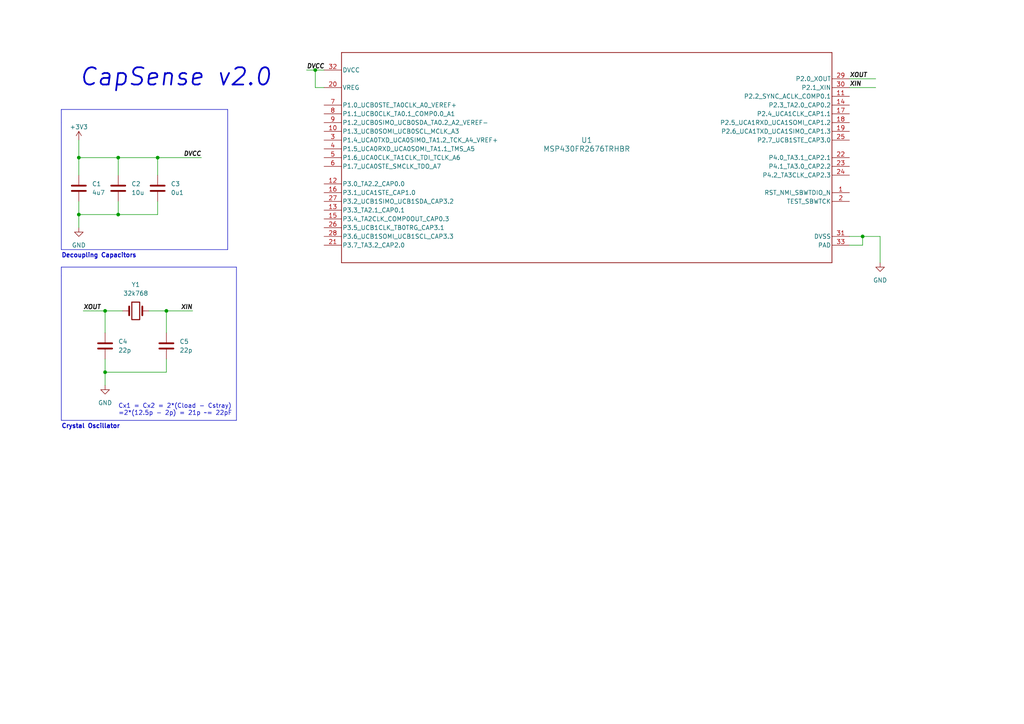
<source format=kicad_sch>
(kicad_sch (version 20230121) (generator eeschema)
  (paper "A4")
  (lib_symbols
    (symbol "Device:C" (pin_numbers hide) (pin_names (offset 0.254))
      (property "Reference" "C" (at 0.635 2.54 0))
      (property "Value" "C" (at 0.635 -2.54 0))
      (symbol "C_0_1"
        (polyline (pts (xy -2.032 -0.762) (xy 2.032 -0.762)) (stroke (width 0.508)))
        (polyline (pts (xy -2.032 0.762) (xy 2.032 0.762)) (stroke (width 0.508)))
      )
      (symbol "C_1_1"
        (pin passive line (at 0 3.81 270) (length 2.794) (name "~") (number "1"))
        (pin passive line (at 0 -3.81 90) (length 2.794) (name "~") (number "2"))
      )
    )
    (symbol "Device:Crystal" (pin_numbers hide) (pin_names (offset 1.016) hide)
      (property "Reference" "Y" (at 0 3.81 0))
      (property "Value" "Crystal" (at 0 -3.81 0))
      (symbol "Crystal_0_1"
        (rectangle (start -1.143 2.54) (end 1.143 -2.54) (stroke (width 0.3048)))
        (polyline (pts (xy -2.54 0) (xy -1.905 0)))
        (polyline (pts (xy -1.905 -1.27) (xy -1.905 1.27)) (stroke (width 0.508)))
        (polyline (pts (xy 1.905 -1.27) (xy 1.905 1.27)) (stroke (width 0.508)))
        (polyline (pts (xy 2.54 0) (xy 1.905 0)))
      )
      (symbol "Crystal_1_1"
        (pin passive line (at -3.81 0 0) (length 1.27) (name "1") (number "1"))
        (pin passive line (at 3.81 0 180) (length 1.27) (name "2") (number "2"))
      )
    )
    (symbol "MSP430FR2676TRHB:MSP430FR2676TRHBR" (pin_names (offset 0.254))
      (property "Reference" "U" (at 0 2.54 0))
      (property "Value" "MSP430FR2676TRHBR" (at 0 0 0))
      (symbol "MSP430FR2676TRHBR_0_1"
        (polyline (pts (xy -71.12 -30.48) (xy 71.12 -30.48)) (stroke (width 0.2032)))
        (polyline (pts (xy -71.12 30.48) (xy -71.12 -30.48)) (stroke (width 0.2032)))
        (polyline (pts (xy 71.12 -30.48) (xy 71.12 30.48)) (stroke (width 0.2032)))
        (polyline (pts (xy 71.12 30.48) (xy -71.12 30.48)) (stroke (width 0.2032)))
        (pin bidirectional line (at 76.2 -10.16 180) (length 5.08) (name "RST_NMI_SBWTDIO_N") (number "1"))
        (pin bidirectional line (at -76.2 7.62 0) (length 5.08) (name "P1.3_UCB0SOMI_UCB0SCL_MCLK_A3") (number "10"))
        (pin bidirectional line (at 76.2 17.78 180) (length 5.08) (name "P2.2_SYNC_ACLK_COMP0.1") (number "11"))
        (pin bidirectional line (at -76.2 -7.62 0) (length 5.08) (name "P3.0_TA2.2_CAP0.0") (number "12"))
        (pin bidirectional line (at -76.2 -15.24 0) (length 5.08) (name "P3.3_TA2.1_CAP0.1") (number "13"))
        (pin bidirectional line (at 76.2 15.24 180) (length 5.08) (name "P2.3_TA2.0_CAP0.2") (number "14"))
        (pin bidirectional line (at -76.2 -17.78 0) (length 5.08) (name "P3.4_TA2CLK_COMP0OUT_CAP0.3") (number "15"))
        (pin bidirectional line (at -76.2 -10.16 0) (length 5.08) (name "P3.1_UCA1STE_CAP1.0") (number "16"))
        (pin bidirectional line (at 76.2 12.7 180) (length 5.08) (name "P2.4_UCA1CLK_CAP1.1") (number "17"))
        (pin bidirectional line (at 76.2 10.16 180) (length 5.08) (name "P2.5_UCA1RXD_UCA1SOMI_CAP1.2") (number "18"))
        (pin bidirectional line (at 76.2 7.62 180) (length 5.08) (name "P2.6_UCA1TXD_UCA1SIMO_CAP1.3") (number "19"))
        (pin input line (at 76.2 -12.7 180) (length 5.08) (name "TEST_SBWTCK") (number "2"))
        (pin power_in line (at -76.2 20.32 0) (length 5.08) (name "VREG") (number "20"))
        (pin bidirectional line (at -76.2 -25.4 0) (length 5.08) (name "P3.7_TA3.2_CAP2.0") (number "21"))
        (pin bidirectional line (at 76.2 0 180) (length 5.08) (name "P4.0_TA3.1_CAP2.1") (number "22"))
        (pin bidirectional line (at 76.2 -2.54 180) (length 5.08) (name "P4.1_TA3.0_CAP2.2") (number "23"))
        (pin bidirectional line (at 76.2 -5.08 180) (length 5.08) (name "P4.2_TA3CLK_CAP2.3") (number "24"))
        (pin bidirectional line (at 76.2 5.08 180) (length 5.08) (name "P2.7_UCB1STE_CAP3.0") (number "25"))
        (pin bidirectional line (at -76.2 -20.32 0) (length 5.08) (name "P3.5_UCB1CLK_TB0TRG_CAP3.1") (number "26"))
        (pin bidirectional line (at -76.2 -12.7 0) (length 5.08) (name "P3.2_UCB1SIMO_UCB1SDA_CAP3.2") (number "27"))
        (pin bidirectional line (at -76.2 -22.86 0) (length 5.08) (name "P3.6_UCB1SOMI_UCB1SCL_CAP3.3") (number "28"))
        (pin bidirectional line (at 76.2 22.86 180) (length 5.08) (name "P2.0_XOUT") (number "29"))
        (pin bidirectional line (at -76.2 5.08 0) (length 5.08) (name "P1.4_UCA0TXD_UCA0SIMO_TA1.2_TCK_A4_VREF+") (number "3"))
        (pin bidirectional line (at 76.2 20.32 180) (length 5.08) (name "P2.1_XIN") (number "30"))
        (pin power_in line (at 76.2 -22.86 180) (length 5.08) (name "DVSS") (number "31"))
        (pin power_in line (at -76.2 25.4 0) (length 5.08) (name "DVCC") (number "32"))
        (pin power_in line (at 76.2 -25.4 180) (length 5.08) (name "PAD") (number "33"))
        (pin bidirectional line (at -76.2 2.54 0) (length 5.08) (name "P1.5_UCA0RXD_UCA0SOMI_TA1.1_TMS_A5") (number "4"))
        (pin bidirectional line (at -76.2 0 0) (length 5.08) (name "P1.6_UCA0CLK_TA1CLK_TDI_TCLK_A6") (number "5"))
        (pin bidirectional line (at -76.2 -2.54 0) (length 5.08) (name "P1.7_UCA0STE_SMCLK_TDO_A7") (number "6"))
        (pin bidirectional line (at -76.2 15.24 0) (length 5.08) (name "P1.0_UCB0STE_TA0CLK_A0_VEREF+") (number "7"))
        (pin bidirectional line (at -76.2 12.7 0) (length 5.08) (name "P1.1_UCB0CLK_TA0.1_COMP0.0_A1") (number "8"))
        (pin bidirectional line (at -76.2 10.16 0) (length 5.08) (name "P1.2_UCB0SIMO_UCB0SDA_TA0.2_A2_VEREF-") (number "9"))
      )
    )
    (symbol "power:+3V3" (power) (pin_names (offset 0))
      (property "Value" "+3V3" (at 0 3.556 0))
      (symbol "+3V3_0_1"
        (polyline (pts (xy -0.762 1.27) (xy 0 2.54)))
        (polyline (pts (xy 0 0) (xy 0 2.54)))
        (polyline (pts (xy 0 2.54) (xy 0.762 1.27)))
      )
      (symbol "+3V3_1_1"
        (pin power_in line (at 0 0 90) (length 0) hide (name "+3V3") (number "1"))
      )
    )
    (symbol "power:GND" (power) (pin_names (offset 0))
      (property "Value" "GND" (at 0 -3.81 0))
      (symbol "GND_0_1"
        (polyline (pts (xy 0 0) (xy 0 -1.27) (xy 1.27 -1.27) (xy 0 -2.54) (xy -1.27 -1.27) (xy 0 -1.27)))
      )
      (symbol "GND_1_1"
        (pin power_in line (at 0 0 270) (length 0) hide (name "GND") (number "1"))
      )
    )
  )
  (junction (at 91.44 20.32))
  (junction (at 34.29 45.72))
  (junction (at 30.48 90.17))
  (junction (at 45.72 45.72))
  (junction (at 250.19 68.58))
  (junction (at 22.86 45.72))
  (junction (at 48.26 90.17))
  (junction (at 34.29 62.23))
  (junction (at 22.86 62.23))
  (junction (at 30.48 107.95))
  (wire (pts (xy 43.18 90.17) (xy 48.26 90.17)))
  (wire (pts (xy 246.38 71.12) (xy 250.19 71.12)))
  (wire (pts (xy 34.29 58.42) (xy 34.29 62.23)))
  (wire (pts (xy 45.72 45.72) (xy 34.29 45.72)))
  (wire (pts (xy 22.86 40.64) (xy 22.86 45.72)))
  (polyline (pts (xy 66.04 31.75) (xy 17.78 31.75)))
  (wire (pts (xy 48.26 107.95) (xy 30.48 107.95)))
  (polyline (pts (xy 17.78 77.47) (xy 17.78 80.01)))
  (polyline (pts (xy 17.78 31.75) (xy 17.78 35.56)))
  (wire (pts (xy 93.98 25.4) (xy 91.44 25.4)))
  (polyline (pts (xy 17.78 35.56) (xy 17.78 72.39)))
  (wire (pts (xy 48.26 104.14) (xy 48.26 107.95)))
  (wire (pts (xy 91.44 20.32) (xy 93.98 20.32)))
  (polyline (pts (xy 66.04 72.39) (xy 66.04 31.75)))
  (wire (pts (xy 34.29 45.72) (xy 34.29 50.8)))
  (wire (pts (xy 91.44 25.4) (xy 91.44 20.32)))
  (wire (pts (xy 246.38 22.86) (xy 254 22.86)))
  (wire (pts (xy 30.48 90.17) (xy 30.48 96.52)))
  (wire (pts (xy 30.48 104.14) (xy 30.48 107.95)))
  (polyline (pts (xy 17.78 72.39) (xy 66.04 72.39)))
  (wire (pts (xy 34.29 62.23) (xy 45.72 62.23)))
  (wire (pts (xy 48.26 90.17) (xy 55.88 90.17)))
  (wire (pts (xy 34.29 45.72) (xy 22.86 45.72)))
  (wire (pts (xy 250.19 71.12) (xy 250.19 68.58)))
  (wire (pts (xy 45.72 62.23) (xy 45.72 58.42)))
  (wire (pts (xy 22.86 62.23) (xy 22.86 66.04)))
  (wire (pts (xy 22.86 58.42) (xy 22.86 62.23)))
  (wire (pts (xy 48.26 90.17) (xy 48.26 96.52)))
  (wire (pts (xy 88.9 20.32) (xy 91.44 20.32)))
  (wire (pts (xy 45.72 50.8) (xy 45.72 45.72)))
  (wire (pts (xy 250.19 68.58) (xy 255.27 68.58)))
  (wire (pts (xy 30.48 90.17) (xy 35.56 90.17)))
  (polyline (pts (xy 68.58 121.92) (xy 68.58 77.47)))
  (wire (pts (xy 255.27 68.58) (xy 255.27 76.2)))
  (wire (pts (xy 45.72 45.72) (xy 58.42 45.72)))
  (wire (pts (xy 22.86 45.72) (xy 22.86 50.8)))
  (polyline (pts (xy 17.78 121.92) (xy 68.58 121.92)))
  (wire (pts (xy 30.48 107.95) (xy 30.48 111.76)))
  (wire (pts (xy 246.38 68.58) (xy 250.19 68.58)))
  (wire (pts (xy 24.13 90.17) (xy 30.48 90.17)))
  (wire (pts (xy 246.38 25.4) (xy 254 25.4)))
  (polyline (pts (xy 68.58 77.47) (xy 17.78 77.47)))
  (polyline (pts (xy 17.78 80.01) (xy 17.78 121.92)))
  (wire (pts (xy 22.86 62.23) (xy 34.29 62.23)))
  (text "Decoupling Capacitors" (at 17.78 74.93 0) (effects (font (size 1.27 1.27) (thickness 0.254) bold) (justify left bottom)))
  (text "Cx1 = Cx2 = 2*(Cload - Cstray) \n=2*(12.5p - 2p) = 21p ~= 22pF\n" (at 34.29 120.65 0) (effects (font (size 1.27 1.27)) (justify left bottom)))
  (text "Crystal Oscillator" (at 17.78 124.46 0) (effects (font (size 1.27 1.27) (thickness 0.254) bold) (justify left bottom)))
  (text "CapSense v2.0" (at 22.86 25.4 0) (effects (font (size 5 5) (thickness 0.5) bold italic) (justify left bottom)))
  (label "XIN" (at 55.88 90.17 180) (effects (font bold italic)))
  (label "XIN" (at 246.38 25.4 0) (effects (font (thickness 0.254) bold italic)))
  (label "XOUT" (at 24.13 90.17 0) (effects (font bold italic)))
  (label "DVCC" (at 58.42 45.72 180) (effects (font bold italic)))
  (label "XOUT" (at 246.38 22.86 0) (effects (font (thickness 0.254) bold italic)))
  (label "DVCC" (at 88.9 20.32 0) (effects (font bold italic)))
  (symbol (lib_id "Device:C") (at 34.29 54.61 0) (unit 1)
    (property "Reference" "C2" (at 38.1 53.34 0) (effects (justify left)))
    (property "Value" "10u" (at 38.1 55.88 0) (effects (justify left)))
  )
  (symbol (lib_id "Device:C") (at 48.26 100.33 0) (unit 1)
    (property "Reference" "C5" (at 52.07 99.06 0) (effects (justify left)))
    (property "Value" "22p" (at 52.07 101.6 0) (effects (justify left)))
  )
  (symbol (lib_id "power:GND") (at 30.48 111.76 0) (unit 1)
    (property "Reference" "#PWR04" (effects hide))
    (property "Value" "GND" (at 30.48 116.84 0))
  )
  (symbol (lib_id "MSP430FR2676TRHB:MSP430FR2676TRHBR") (at 170.18 45.72 0) (unit 1)
    (property "Reference" "U1" (at 170.18 40.64 0) (effects (font (size 1.524 1.524))))
    (property "Value" "MSP430FR2676TRHBR" (at 170.18 43.18 0) (effects (font (size 1.524 1.524))))
    (property "Footprint" "RHB0032E" (effects hide))
    (property "Datasheet" "MSP430FR2676TRHBR" (effects hide))
  )
  (symbol (lib_id "power:GND") (at 255.27 76.2 0) (unit 1)
    (property "Reference" "#PWR03" (effects hide))
    (property "Value" "GND" (at 255.27 81.28 0))
  )
  (symbol (lib_id "power:GND") (at 22.86 66.04 0) (unit 1)
    (property "Reference" "#PWR01" (effects hide))
    (property "Value" "GND" (at 22.86 71.12 0))
  )
  (symbol (lib_id "Device:Crystal") (at 39.37 90.17 0) (unit 1)
    (property "Reference" "Y1" (at 39.37 82.55 0))
    (property "Value" "32k768" (at 39.37 85.09 0))
  )
  (symbol (lib_id "Device:C") (at 45.72 54.61 0) (unit 1)
    (property "Reference" "C3" (at 49.53 53.34 0) (effects (justify left)))
    (property "Value" "0u1" (at 49.53 55.88 0) (effects (justify left)))
  )
  (symbol (lib_id "Device:C") (at 30.48 100.33 0) (unit 1)
    (property "Reference" "C4" (at 34.29 99.06 0) (effects (justify left)))
    (property "Value" "22p" (at 34.29 101.6 0) (effects (justify left)))
  )
  (symbol (lib_id "power:+3V3") (at 22.86 40.64 0) (unit 1)
    (property "Reference" "#PWR02" (effects hide))
    (property "Value" "+3V3" (at 22.86 36.83 0))
  )
  (symbol (lib_id "Device:C") (at 22.86 54.61 0) (unit 1)
    (property "Reference" "C1" (at 26.67 53.34 0) (effects (justify left)))
    (property "Value" "4u7" (at 26.67 55.88 0) (effects (justify left)))
  )
)
</source>
